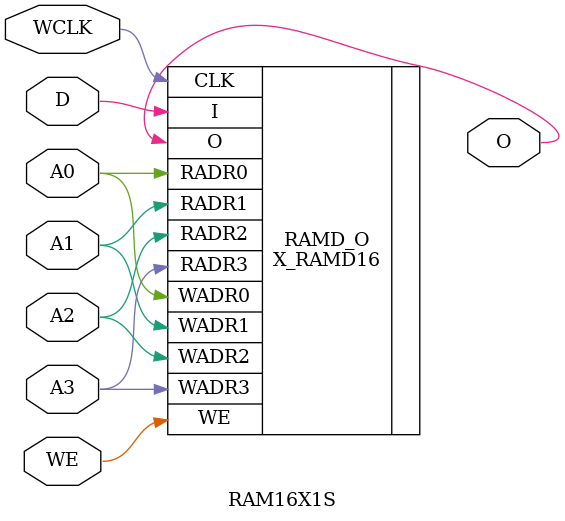
<source format=v>

/*

FUNCTION    : 16x1 Static RAM with synchronous write capability

*/

// `celldefine
`timescale  100 ps / 10 ps

module RAM16X1S (O, A0, A1, A2, A3, D, WCLK, WE);

    parameter INIT = 16'h0000;

    output O;

    input  A0, A1, A2, A3, D, WCLK, WE;

    X_RAMD16 RAMD_O (
      .RADR0 (A0),
      .RADR1 (A1),
      .RADR2 (A2),
      .RADR3 (A3),
      .WADR0 (A0),
      .WADR1 (A1),
      .WADR2 (A2),
      .WADR3 (A3),
      .I (D),
      .CLK (WCLK),
      .WE (WE),
      .O (O)
    );

endmodule

</source>
